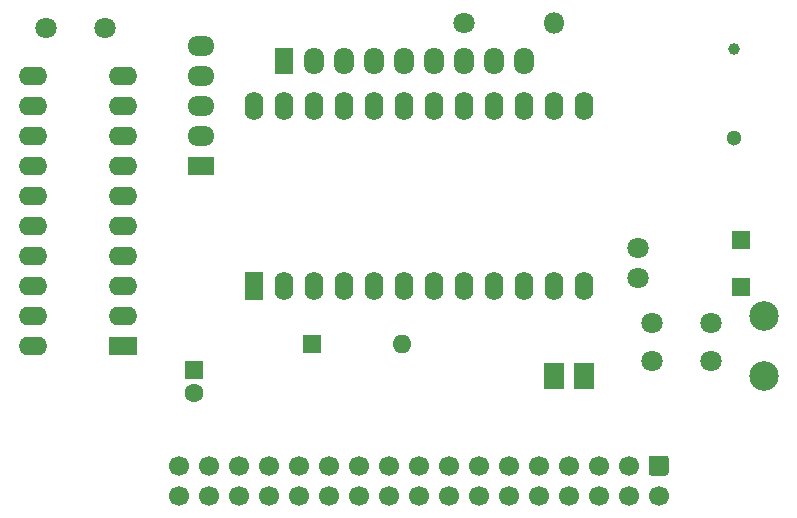
<source format=gbs>
%TF.GenerationSoftware,KiCad,Pcbnew,(5.1.12)-1*%
%TF.CreationDate,2022-12-03T13:40:17+01:00*%
%TF.ProjectId,RTC,5254432e-6b69-4636-9164-5f7063625858,1.0*%
%TF.SameCoordinates,PX6d01460PY60e4b00*%
%TF.FileFunction,Soldermask,Bot*%
%TF.FilePolarity,Negative*%
%FSLAX46Y46*%
G04 Gerber Fmt 4.6, Leading zero omitted, Abs format (unit mm)*
G04 Created by KiCad (PCBNEW (5.1.12)-1) date 2022-12-03 13:40:17*
%MOMM*%
%LPD*%
G01*
G04 APERTURE LIST*
%ADD10O,1.600000X1.600000*%
%ADD11R,1.600000X1.600000*%
%ADD12C,2.500000*%
%ADD13C,1.300000*%
%ADD14C,1.000000*%
%ADD15O,2.400000X1.600000*%
%ADD16R,2.400000X1.600000*%
%ADD17O,1.600000X2.400000*%
%ADD18R,1.600000X2.400000*%
%ADD19R,1.500000X1.500000*%
%ADD20C,1.800000*%
%ADD21O,1.700000X2.300000*%
%ADD22R,1.600000X2.300000*%
%ADD23O,2.300000X1.700000*%
%ADD24R,2.300000X1.600000*%
%ADD25O,1.800000X1.800000*%
%ADD26R,1.700000X2.300000*%
%ADD27C,1.600000*%
%ADD28C,1.700000*%
G04 APERTURE END LIST*
D10*
%TO.C,D1*%
X36703000Y16002000D03*
D11*
X29083000Y16002000D03*
%TD*%
D12*
%TO.C,C5*%
X67310000Y13335000D03*
X67310000Y18415000D03*
%TD*%
D13*
%TO.C,BT1*%
X64770000Y33465000D03*
D14*
X64770000Y40965000D03*
%TD*%
D15*
%TO.C,U2*%
X5461000Y15875000D03*
X13081000Y38735000D03*
X5461000Y18415000D03*
X13081000Y36195000D03*
X5461000Y20955000D03*
X13081000Y33655000D03*
X5461000Y23495000D03*
X13081000Y31115000D03*
X5461000Y26035000D03*
X13081000Y28575000D03*
X5461000Y28575000D03*
X13081000Y26035000D03*
X5461000Y31115000D03*
X13081000Y23495000D03*
X5461000Y33655000D03*
X13081000Y20955000D03*
X5461000Y36195000D03*
X13081000Y18415000D03*
X5461000Y38735000D03*
D16*
X13081000Y15875000D03*
%TD*%
D17*
%TO.C,U1*%
X24130000Y36195000D03*
X52070000Y20955000D03*
X26670000Y36195000D03*
X49530000Y20955000D03*
X29210000Y36195000D03*
X46990000Y20955000D03*
X31750000Y36195000D03*
X44450000Y20955000D03*
X34290000Y36195000D03*
X41910000Y20955000D03*
X36830000Y36195000D03*
X39370000Y20955000D03*
X39370000Y36195000D03*
X36830000Y20955000D03*
X41910000Y36195000D03*
X34290000Y20955000D03*
X44450000Y36195000D03*
X31750000Y20955000D03*
X46990000Y36195000D03*
X29210000Y20955000D03*
X49530000Y36195000D03*
X26670000Y20955000D03*
X52070000Y36195000D03*
D18*
X24130000Y20955000D03*
%TD*%
D19*
%TO.C,Y1*%
X65405000Y24860000D03*
X65405000Y20860000D03*
D20*
X56655000Y24130000D03*
X56655000Y21590000D03*
%TD*%
D21*
%TO.C,RN2*%
X46990000Y40005000D03*
X44450000Y40005000D03*
X41910000Y40005000D03*
X39370000Y40005000D03*
X36830000Y40005000D03*
X34290000Y40005000D03*
X31750000Y40005000D03*
X29210000Y40005000D03*
D22*
X26670000Y40005000D03*
%TD*%
D23*
%TO.C,RN1*%
X19685000Y41275000D03*
X19685000Y38735000D03*
X19685000Y36195000D03*
X19685000Y33655000D03*
D24*
X19685000Y31115000D03*
%TD*%
D25*
%TO.C,R1*%
X49530000Y43180000D03*
D20*
X41910000Y43180000D03*
%TD*%
D26*
%TO.C,JP1*%
X49530000Y13335000D03*
X52070000Y13335000D03*
%TD*%
D20*
%TO.C,C6*%
X57865000Y14605000D03*
X62865000Y14605000D03*
%TD*%
%TO.C,C3*%
X57865000Y17780000D03*
X62865000Y17780000D03*
%TD*%
%TO.C,C2*%
X6557000Y42799000D03*
X11557000Y42799000D03*
%TD*%
D27*
%TO.C,C1*%
X19050000Y11843000D03*
D11*
X19050000Y13843000D03*
%TD*%
D28*
%TO.C,J1*%
X17780000Y3175000D03*
X20320000Y3175000D03*
X22860000Y3175000D03*
X25400000Y3175000D03*
X27940000Y3175000D03*
X30480000Y3175000D03*
X33020000Y3175000D03*
X35560000Y3175000D03*
X38100000Y3175000D03*
X40640000Y3175000D03*
X43180000Y3175000D03*
X45720000Y3175000D03*
X48260000Y3175000D03*
X50800000Y3175000D03*
X53340000Y3175000D03*
X55880000Y3175000D03*
X58420000Y3175000D03*
X17780000Y5715000D03*
X20320000Y5715000D03*
X22860000Y5715000D03*
X25400000Y5715000D03*
X27940000Y5715000D03*
X30480000Y5715000D03*
X33020000Y5715000D03*
X35560000Y5715000D03*
X38100000Y5715000D03*
X40640000Y5715000D03*
X43180000Y5715000D03*
X45720000Y5715000D03*
X48260000Y5715000D03*
X50800000Y5715000D03*
X53340000Y5715000D03*
X55880000Y5715000D03*
G36*
G01*
X57820000Y6565000D02*
X59020000Y6565000D01*
G75*
G02*
X59270000Y6315000I0J-250000D01*
G01*
X59270000Y5115000D01*
G75*
G02*
X59020000Y4865000I-250000J0D01*
G01*
X57820000Y4865000D01*
G75*
G02*
X57570000Y5115000I0J250000D01*
G01*
X57570000Y6315000D01*
G75*
G02*
X57820000Y6565000I250000J0D01*
G01*
G37*
%TD*%
M02*

</source>
